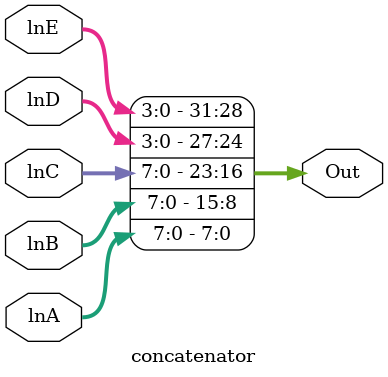
<source format=sv>
module concatenator(
    input [7:0] lnA,
    input [7:0] lnB,
    input [7:0] lnC,
    input [3:0] lnD,
    input [3:0] lnE,
    output reg [31:0] Out
);

    always @(*) begin
        Out = {lnE, lnD, lnC, lnB, lnA};
    end
    
endmodule
</source>
